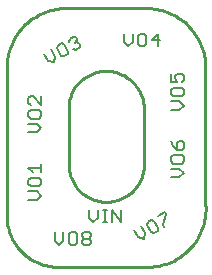
<source format=gbo>
G75*
%MOIN*%
%OFA0B0*%
%FSLAX24Y24*%
%IPPOS*%
%LPD*%
%AMOC8*
5,1,8,0,0,1.08239X$1,22.5*
%
%ADD10C,0.0100*%
%ADD11C,0.0080*%
D10*
X002329Y004017D02*
X002329Y008954D01*
X002325Y009041D01*
X002326Y009129D01*
X002330Y009216D01*
X002338Y009303D01*
X002349Y009390D01*
X002365Y009476D01*
X002384Y009561D01*
X002407Y009646D01*
X002433Y009729D01*
X002463Y009811D01*
X002497Y009892D01*
X002534Y009971D01*
X002575Y010048D01*
X002619Y010124D01*
X002666Y010197D01*
X002716Y010269D01*
X002770Y010338D01*
X002826Y010405D01*
X002886Y010469D01*
X002948Y010531D01*
X003012Y010590D01*
X003079Y010646D01*
X003149Y010699D01*
X003221Y010749D01*
X003295Y010795D01*
X003370Y010839D01*
X003448Y010879D01*
X003527Y010916D01*
X003608Y010949D01*
X003691Y010979D01*
X003774Y011005D01*
X003859Y011027D01*
X003944Y011046D01*
X004030Y011061D01*
X004117Y011072D01*
X004204Y011079D01*
X006892Y011079D01*
X006891Y011079D02*
X006979Y011080D01*
X007066Y011077D01*
X007153Y011070D01*
X007240Y011059D01*
X007326Y011045D01*
X007411Y011027D01*
X007496Y011005D01*
X007579Y010980D01*
X007662Y010951D01*
X007743Y010918D01*
X007822Y010882D01*
X007900Y010842D01*
X007976Y010799D01*
X008050Y010753D01*
X008122Y010704D01*
X008192Y010651D01*
X008259Y010596D01*
X008324Y010537D01*
X008386Y010476D01*
X008446Y010412D01*
X008503Y010346D01*
X008556Y010277D01*
X008607Y010206D01*
X008655Y010133D01*
X008699Y010058D01*
X008740Y009981D01*
X008778Y009902D01*
X008812Y009822D01*
X008843Y009740D01*
X008870Y009657D01*
X008893Y009573D01*
X008913Y009488D01*
X008929Y009402D01*
X008941Y009316D01*
X008949Y009229D01*
X008954Y009142D01*
X008954Y004517D01*
X008955Y004517D02*
X008959Y004430D01*
X008958Y004343D01*
X008954Y004256D01*
X008946Y004169D01*
X008934Y004083D01*
X008918Y003997D01*
X008899Y003912D01*
X008875Y003828D01*
X008848Y003745D01*
X008817Y003664D01*
X008783Y003584D01*
X008745Y003505D01*
X008703Y003429D01*
X008658Y003354D01*
X008610Y003281D01*
X008559Y003211D01*
X008504Y003143D01*
X008447Y003078D01*
X008386Y003015D01*
X008323Y002955D01*
X008257Y002898D01*
X008189Y002844D01*
X008118Y002792D01*
X008045Y002745D01*
X007971Y002700D01*
X007894Y002659D01*
X007815Y002622D01*
X007735Y002588D01*
X007653Y002557D01*
X007570Y002530D01*
X007486Y002507D01*
X007401Y002488D01*
X007315Y002473D01*
X007229Y002462D01*
X007142Y002454D01*
X007204Y002454D02*
X004204Y002454D01*
X004122Y002449D01*
X004040Y002447D01*
X003958Y002449D01*
X003876Y002456D01*
X003795Y002466D01*
X003714Y002480D01*
X003633Y002498D01*
X003554Y002519D01*
X003476Y002545D01*
X003399Y002574D01*
X003324Y002606D01*
X003250Y002642D01*
X003178Y002682D01*
X003108Y002725D01*
X003040Y002772D01*
X002975Y002821D01*
X002912Y002874D01*
X002851Y002929D01*
X002793Y002988D01*
X002738Y003049D01*
X002686Y003112D01*
X002638Y003178D01*
X002592Y003246D01*
X002549Y003317D01*
X002510Y003389D01*
X002475Y003463D01*
X002443Y003539D01*
X002414Y003616D01*
X002390Y003694D01*
X002369Y003774D01*
X002352Y003854D01*
X002338Y003935D01*
X002329Y004017D01*
X004392Y005767D02*
X004392Y007892D01*
X004403Y007961D01*
X004418Y008028D01*
X004437Y008095D01*
X004459Y008161D01*
X004485Y008225D01*
X004514Y008288D01*
X004547Y008349D01*
X004583Y008408D01*
X004623Y008465D01*
X004665Y008520D01*
X004710Y008572D01*
X004759Y008622D01*
X004810Y008669D01*
X004863Y008713D01*
X004919Y008754D01*
X004977Y008792D01*
X005037Y008827D01*
X005098Y008858D01*
X005162Y008886D01*
X005227Y008911D01*
X005293Y008932D01*
X005360Y008949D01*
X005428Y008962D01*
X005496Y008972D01*
X005566Y008978D01*
X005635Y008980D01*
X005704Y008978D01*
X005773Y008973D01*
X005842Y008963D01*
X005910Y008950D01*
X005977Y008933D01*
X006043Y008913D01*
X006108Y008889D01*
X006172Y008861D01*
X006234Y008830D01*
X006294Y008795D01*
X006352Y008758D01*
X006408Y008717D01*
X006462Y008673D01*
X006513Y008626D01*
X006561Y008577D01*
X006607Y008524D01*
X006650Y008470D01*
X006689Y008413D01*
X006726Y008354D01*
X006759Y008293D01*
X006789Y008231D01*
X006815Y008167D01*
X006838Y008101D01*
X006857Y008034D01*
X006872Y007967D01*
X006884Y007898D01*
X006891Y007830D01*
X006892Y007829D02*
X006892Y005704D01*
X006891Y005704D02*
X006880Y005635D01*
X006865Y005568D01*
X006846Y005501D01*
X006824Y005435D01*
X006798Y005371D01*
X006769Y005308D01*
X006736Y005247D01*
X006700Y005188D01*
X006660Y005131D01*
X006618Y005076D01*
X006573Y005024D01*
X006524Y004974D01*
X006473Y004927D01*
X006420Y004883D01*
X006364Y004842D01*
X006306Y004804D01*
X006246Y004769D01*
X006185Y004738D01*
X006121Y004710D01*
X006056Y004685D01*
X005990Y004664D01*
X005923Y004647D01*
X005855Y004634D01*
X005787Y004624D01*
X005717Y004618D01*
X005648Y004616D01*
X005579Y004618D01*
X005510Y004623D01*
X005441Y004633D01*
X005373Y004646D01*
X005306Y004663D01*
X005240Y004683D01*
X005175Y004707D01*
X005111Y004735D01*
X005049Y004766D01*
X004989Y004801D01*
X004931Y004838D01*
X004875Y004879D01*
X004821Y004923D01*
X004770Y004970D01*
X004722Y005019D01*
X004676Y005072D01*
X004633Y005126D01*
X004594Y005183D01*
X004557Y005242D01*
X004524Y005303D01*
X004494Y005365D01*
X004468Y005429D01*
X004445Y005495D01*
X004426Y005562D01*
X004411Y005629D01*
X004399Y005698D01*
X004392Y005766D01*
D11*
X003477Y005743D02*
X003056Y005743D01*
X003196Y005602D01*
X003126Y005422D02*
X003056Y005352D01*
X003056Y005212D01*
X003126Y005142D01*
X003407Y005142D01*
X003477Y005212D01*
X003477Y005352D01*
X003407Y005422D01*
X003126Y005422D01*
X003477Y005602D02*
X003477Y005883D01*
X003337Y004962D02*
X003056Y004962D01*
X003056Y004682D02*
X003337Y004682D01*
X003477Y004822D01*
X003337Y004962D01*
X003932Y003602D02*
X003932Y003322D01*
X004072Y003182D01*
X004212Y003322D01*
X004212Y003602D01*
X004392Y003532D02*
X004392Y003252D01*
X004462Y003182D01*
X004602Y003182D01*
X004672Y003252D01*
X004672Y003532D01*
X004602Y003602D01*
X004462Y003602D01*
X004392Y003532D01*
X004852Y003532D02*
X004852Y003462D01*
X004923Y003392D01*
X005063Y003392D01*
X005133Y003322D01*
X005133Y003252D01*
X005063Y003182D01*
X004923Y003182D01*
X004852Y003252D01*
X004852Y003322D01*
X004923Y003392D01*
X005063Y003392D02*
X005133Y003462D01*
X005133Y003532D01*
X005063Y003602D01*
X004923Y003602D01*
X004852Y003532D01*
X005219Y003932D02*
X005359Y004072D01*
X005359Y004352D01*
X005539Y004352D02*
X005679Y004352D01*
X005609Y004352D02*
X005609Y003932D01*
X005539Y003932D02*
X005679Y003932D01*
X005846Y003932D02*
X005846Y004352D01*
X006127Y003932D01*
X006127Y004352D01*
X006571Y003685D02*
X006711Y003443D01*
X006903Y003391D01*
X006954Y003583D01*
X006814Y003825D01*
X007005Y003855D02*
X007145Y003612D01*
X007241Y003587D01*
X007362Y003657D01*
X007388Y003752D01*
X007248Y003995D01*
X007152Y004021D01*
X007031Y003951D01*
X007005Y003855D01*
X007369Y004146D02*
X007611Y004286D01*
X007646Y004225D01*
X007544Y003842D01*
X007579Y003782D01*
X007806Y005432D02*
X008087Y005432D01*
X008227Y005572D01*
X008087Y005712D01*
X007806Y005712D01*
X007876Y005892D02*
X008157Y005892D01*
X008227Y005962D01*
X008227Y006102D01*
X008157Y006172D01*
X007876Y006172D01*
X007806Y006102D01*
X007806Y005962D01*
X007876Y005892D01*
X008016Y006352D02*
X008016Y006563D01*
X008087Y006633D01*
X008157Y006633D01*
X008227Y006563D01*
X008227Y006423D01*
X008157Y006352D01*
X008016Y006352D01*
X007876Y006493D01*
X007806Y006633D01*
X007806Y007682D02*
X008087Y007682D01*
X008227Y007822D01*
X008087Y007962D01*
X007806Y007962D01*
X007876Y008142D02*
X007806Y008212D01*
X007806Y008352D01*
X007876Y008422D01*
X008157Y008422D01*
X008227Y008352D01*
X008227Y008212D01*
X008157Y008142D01*
X007876Y008142D01*
X007806Y008602D02*
X008016Y008602D01*
X007946Y008743D01*
X007946Y008813D01*
X008016Y008883D01*
X008157Y008883D01*
X008227Y008813D01*
X008227Y008673D01*
X008157Y008602D01*
X007806Y008602D02*
X007806Y008883D01*
X007375Y009807D02*
X007375Y010227D01*
X007165Y010017D01*
X007445Y010017D01*
X006985Y009877D02*
X006985Y010157D01*
X006915Y010227D01*
X006775Y010227D01*
X006705Y010157D01*
X006705Y009877D01*
X006775Y009807D01*
X006915Y009807D01*
X006985Y009877D01*
X006524Y009947D02*
X006524Y010227D01*
X006244Y010227D02*
X006244Y009947D01*
X006384Y009807D01*
X006524Y009947D01*
X004786Y009857D02*
X004761Y009762D01*
X004639Y009692D01*
X004544Y009717D01*
X004388Y009627D02*
X004248Y009870D01*
X004152Y009896D01*
X004031Y009826D01*
X004005Y009730D01*
X004145Y009487D01*
X004241Y009462D01*
X004362Y009532D01*
X004388Y009627D01*
X004404Y009960D02*
X004429Y010056D01*
X004551Y010126D01*
X004646Y010100D01*
X004681Y010040D01*
X004656Y009944D01*
X004751Y009918D01*
X004786Y009857D01*
X004656Y009944D02*
X004595Y009909D01*
X003954Y009458D02*
X003903Y009266D01*
X003711Y009318D01*
X003571Y009560D01*
X003814Y009700D02*
X003954Y009458D01*
X003477Y008133D02*
X003477Y007852D01*
X003196Y008133D01*
X003126Y008133D01*
X003056Y008063D01*
X003056Y007923D01*
X003126Y007852D01*
X003126Y007672D02*
X003056Y007602D01*
X003056Y007462D01*
X003126Y007392D01*
X003407Y007392D01*
X003477Y007462D01*
X003477Y007602D01*
X003407Y007672D01*
X003126Y007672D01*
X003056Y007212D02*
X003337Y007212D01*
X003477Y007072D01*
X003337Y006932D01*
X003056Y006932D01*
X005079Y004352D02*
X005079Y004072D01*
X005219Y003932D01*
M02*

</source>
